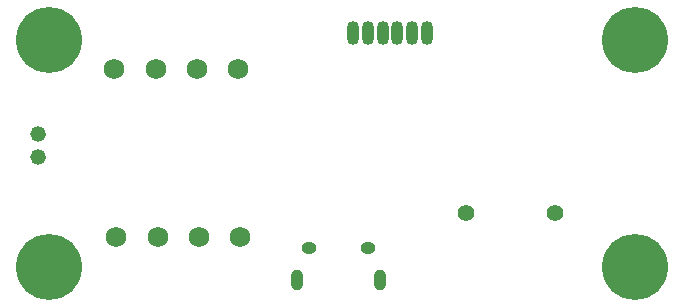
<source format=gbr>
%TF.GenerationSoftware,KiCad,Pcbnew,7.0.1*%
%TF.CreationDate,2023-05-27T07:40:05-07:00*%
%TF.ProjectId,Base-Flight-Computer-Test,42617365-2d46-46c6-9967-68742d436f6d,rev?*%
%TF.SameCoordinates,Original*%
%TF.FileFunction,Soldermask,Bot*%
%TF.FilePolarity,Negative*%
%FSLAX46Y46*%
G04 Gerber Fmt 4.6, Leading zero omitted, Abs format (unit mm)*
G04 Created by KiCad (PCBNEW 7.0.1) date 2023-05-27 07:40:05*
%MOMM*%
%LPD*%
G01*
G04 APERTURE LIST*
%ADD10O,1.300000X1.016000*%
%ADD11O,1.016000X1.778000*%
%ADD12C,5.588000*%
%ADD13O,1.016000X2.032000*%
%ADD14C,1.408000*%
%ADD15C,1.320800*%
%ADD16C,1.727200*%
G04 APERTURE END LIST*
D10*
%TO.C,P2*%
X131454400Y-100525600D03*
X136454400Y-100525600D03*
D11*
X130454400Y-103225600D03*
X137454400Y-103225600D03*
%TD*%
D12*
%TO.C,H4*%
X109448600Y-102108000D03*
%TD*%
D13*
%TO.C,P3*%
X135178000Y-82365000D03*
X136428000Y-82365000D03*
X137678000Y-82365000D03*
X138928000Y-82365000D03*
X140178000Y-82365000D03*
X141428000Y-82365000D03*
%TD*%
D14*
%TO.C,BZ1*%
X144703800Y-97561400D03*
X152303800Y-97561400D03*
%TD*%
D15*
%TO.C,P5*%
X108508800Y-92837001D03*
X108508800Y-90836999D03*
%TD*%
D12*
%TO.C,H3*%
X159004000Y-102108000D03*
%TD*%
D16*
%TO.C,P1*%
X125467400Y-85372600D03*
X121967399Y-85372600D03*
X118467399Y-85372600D03*
X114967398Y-85372600D03*
%TD*%
D12*
%TO.C,H1*%
X159004000Y-82931000D03*
%TD*%
D16*
%TO.C,P4*%
X115112800Y-99568000D03*
X118612801Y-99568000D03*
X122112801Y-99568000D03*
X125612802Y-99568000D03*
%TD*%
D12*
%TO.C,H2*%
X109448600Y-82931000D03*
%TD*%
M02*

</source>
